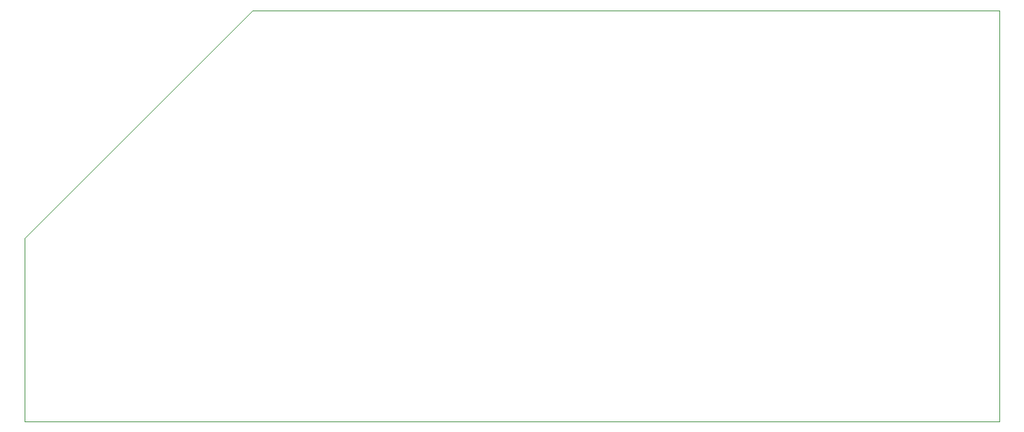
<source format=gbr>
%TF.GenerationSoftware,KiCad,Pcbnew,(5.1.6)-1*%
%TF.CreationDate,2022-03-09T09:08:40-05:00*%
%TF.ProjectId,a500hdd-remake,61353030-6864-4642-9d72-656d616b652e,rev?*%
%TF.SameCoordinates,Original*%
%TF.FileFunction,Profile,NP*%
%FSLAX46Y46*%
G04 Gerber Fmt 4.6, Leading zero omitted, Abs format (unit mm)*
G04 Created by KiCad (PCBNEW (5.1.6)-1) date 2022-03-09 09:08:40*
%MOMM*%
%LPD*%
G01*
G04 APERTURE LIST*
%TA.AperFunction,Profile*%
%ADD10C,0.050000*%
%TD*%
G04 APERTURE END LIST*
D10*
X206248000Y-56896000D02*
X206248000Y-58166000D01*
X116332000Y-56896000D02*
X206248000Y-56896000D01*
X88900000Y-84328000D02*
X116332000Y-56896000D01*
X88900000Y-106426000D02*
X88900000Y-84328000D01*
X206248000Y-106426000D02*
X88900000Y-106426000D01*
X206248000Y-58166000D02*
X206248000Y-106426000D01*
M02*

</source>
